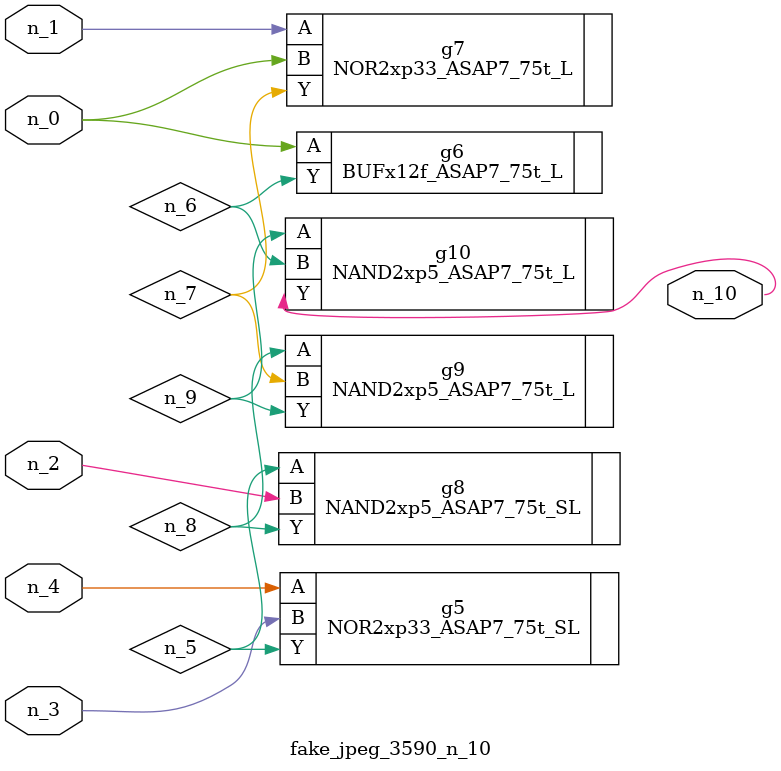
<source format=v>
module fake_jpeg_3590_n_10 (n_3, n_2, n_1, n_0, n_4, n_10);

input n_3;
input n_2;
input n_1;
input n_0;
input n_4;

output n_10;

wire n_8;
wire n_9;
wire n_6;
wire n_5;
wire n_7;

NOR2xp33_ASAP7_75t_SL g5 ( 
.A(n_4),
.B(n_3),
.Y(n_5)
);

BUFx12f_ASAP7_75t_L g6 ( 
.A(n_0),
.Y(n_6)
);

NOR2xp33_ASAP7_75t_L g7 ( 
.A(n_1),
.B(n_0),
.Y(n_7)
);

NAND2xp5_ASAP7_75t_SL g8 ( 
.A(n_5),
.B(n_2),
.Y(n_8)
);

NAND2xp5_ASAP7_75t_L g9 ( 
.A(n_8),
.B(n_7),
.Y(n_9)
);

NAND2xp5_ASAP7_75t_L g10 ( 
.A(n_9),
.B(n_6),
.Y(n_10)
);


endmodule
</source>
